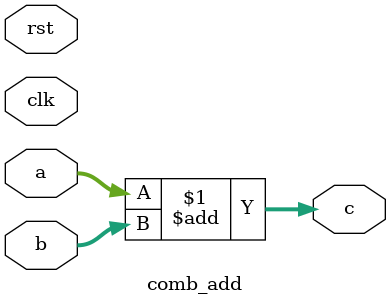
<source format=v>
module comb_add(
    input clk,
    input rst,
    input[3:0] a,
    input[3:0] b,
    output[3:0] c
);

    assign c = a + b;

endmodule

</source>
